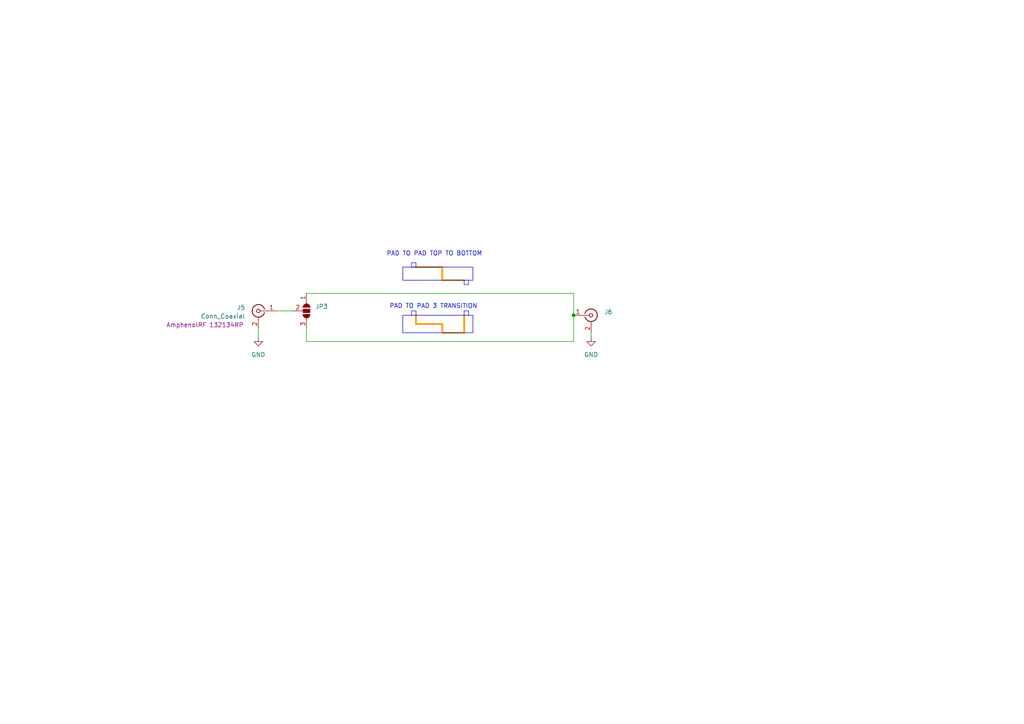
<source format=kicad_sch>
(kicad_sch (version 20250114) (generator "eeschema") (generator_version "9.0")
  (paper "A4")
  (title_block (title "\"Key\" - TL Characterization Test Board") (date "2026-01-27") (rev "A") (company "GHM") (comment 1 "Vendor: JLC PCB, $7") (comment 2 "Standard PCB process. No impedance control."))
  (lib_symbols
    (symbol "Connector:Conn_Coaxial" (pin_names (offset 1.016) (hide yes))
      (property "Reference" "J" (at 0.254 3.048 0))
      (property "Value" "Conn_Coaxial" (at 2.921 0 90))
      (symbol "Conn_Coaxial_0_1"
        (polyline (pts (xy -2.54 0) (xy -0.508 0)))
        (arc (start 1.778 0) (mid 0.222 -1.8079) (end -1.778 -0.508) (stroke (width 0.254)))
        (arc (start -1.778 0.508) (mid 0.2221 1.8084) (end 1.778 0) (stroke (width 0.254)))
        (circle (center 0 0) (radius 0.508) (stroke (width 0.2032)))
        (polyline (pts (xy 0 -2.54) (xy 0 -1.778)))
      )
      (symbol "Conn_Coaxial_1_1"
        (pin passive line (at -5.08 0 0) (length 2.54) (name "In") (number "1"))
        (pin passive line (at 0 -5.08 90) (length 2.54) (name "Ext") (number "2"))
      )
    )
    (symbol "Jumper:SolderJumper_3_Open" (pin_names (offset 0) (hide yes)) (exclude_from_sim yes) (in_bom no)
      (property "Reference" "JP" (at -2.54 -2.54 0))
      (property "Value" "SolderJumper_3_Open" (at 0 2.794 0))
      (symbol "SolderJumper_3_Open_0_1"
        (polyline (pts (xy -2.54 0) (xy -2.032 0)))
        (polyline (pts (xy -1.016 1.016) (xy -1.016 -1.016)))
        (arc (start -1.016 -1.016) (mid -2.0276 0) (end -1.016 1.016))
        (arc (start -1.016 -1.016) (mid -2.0276 0) (end -1.016 1.016) (fill (type outline)))
        (rectangle (start -0.508 1.016) (end 0.508 -1.016) (fill (type outline)))
        (polyline (pts (xy 0 -1.27) (xy 0 -1.016)))
        (arc (start 1.016 1.016) (mid 2.0276 0) (end 1.016 -1.016))
        (arc (start 1.016 1.016) (mid 2.0276 0) (end 1.016 -1.016) (fill (type outline)))
        (polyline (pts (xy 1.016 1.016) (xy 1.016 -1.016)))
        (polyline (pts (xy 2.54 0) (xy 2.032 0)))
      )
      (symbol "SolderJumper_3_Open_1_1"
        (pin passive line (at -5.08 0 0) (length 2.54) (name "A") (number "1"))
        (pin passive line (at 0 -3.81 90) (length 2.54) (name "C") (number "2"))
        (pin passive line (at 5.08 0 180) (length 2.54) (name "B") (number "3"))
      )
    )
    (symbol "power:GND" (power) (pin_numbers (hide yes)) (pin_names (offset 0) (hide yes))
      (property "Value" "GND" (at 0 -3.81 0))
      (symbol "GND_0_1"
        (polyline (pts (xy 0 0) (xy 0 -1.27) (xy 1.27 -1.27) (xy 0 -2.54) (xy -1.27 -1.27) (xy 0 -1.27)))
      )
      (symbol "GND_1_1"
        (pin power_in line (at 0 0 270) (length 0) (name "~") (number "1"))
      )
    )
  )
  (rectangle (start 119.38 90.17) (end 120.65 91.44))
  (rectangle (start 119.38 76.2) (end 120.65 77.47))
  (rectangle (start 116.84 77.47) (end 137.16 81.28))
  (rectangle (start 134.62 90.17) (end 135.89 91.44))
  (rectangle (start 116.84 91.44) (end 137.16 96.52))
  (rectangle (start 134.62 81.28) (end 135.89 82.55))
  (text "PAD TO PAD TOP TO BOTTOM" (at 125.984 73.66 0) (effects (font (size 1.27 1.27))))
  (text "PAD TO PAD 3 TRANSITION" (at 125.73 88.9 0) (effects (font (size 1.27 1.27))))
  (junction (at 166.37 91.44))
  (wire (pts (xy 74.93 95.25) (xy 74.93 97.79)))
  (wire (pts (xy 88.9 85.09) (xy 166.37 85.09)))
  (polyline (pts (xy 120.65 93.98) (xy 128.27 93.98)) (stroke (width 0.508) (color 255 153 0 1)))
  (polyline (pts (xy 128.27 96.52) (xy 134.62 96.52)) (stroke (width 0.508) (color 255 153 0 1)))
  (polyline (pts (xy 128.27 93.98) (xy 128.27 96.52)) (stroke (width 0.508) (color 255 153 0 1)))
  (wire (pts (xy 88.9 95.25) (xy 88.9 99.06)))
  (wire (pts (xy 171.45 96.52) (xy 171.45 97.79)))
  (wire (pts (xy 80.01 90.17) (xy 85.09 90.17)))
  (polyline (pts (xy 120.65 77.47) (xy 128.27 77.47)) (stroke (width 0.508) (color 255 153 0 1)))
  (wire (pts (xy 166.37 85.09) (xy 166.37 91.44)))
  (polyline (pts (xy 128.27 81.28) (xy 134.62 81.28)) (stroke (width 0.508) (color 255 153 0 1)))
  (wire (pts (xy 88.9 99.06) (xy 166.37 99.06)))
  (polyline (pts (xy 134.62 91.44) (xy 134.62 96.52)) (stroke (width 0.508) (color 255 153 0 1)))
  (polyline (pts (xy 120.65 91.44) (xy 120.65 93.98)) (stroke (width 0.508) (color 255 153 0 1)))
  (wire (pts (xy 166.37 99.06) (xy 166.37 91.44)))
  (polyline (pts (xy 128.27 77.47) (xy 128.27 81.28)) (stroke (width 0.508) (color 255 153 0 1)))
  (symbol (lib_id "Jumper:SolderJumper_3_Open") (at 88.9 90.17 270) (unit 1) (exclude_from_sim yes) (in_bom no)
    (property "Reference" "JP3" (at 91.44 88.8999 90) (effects (justify left)))
    (property "Value" "SolderJumper_3_Open" (effects (hide yes)))
    (property "Footprint" "Jumper:SolderJumper-3_P1.3mm_Open_Pad1.0x1.5mm" (effects (hide yes)))
    (property "Description" "Solder Jumper, 3-pole, open" (effects (hide yes)))
  )
  (symbol (lib_id "power:GND") (at 74.93 97.79 0) (unit 1)
    (property "Reference" "#PWR05" (effects (hide yes)))
    (property "Value" "GND" (at 74.93 102.87 0))
    (property "Description" "Power symbol creates a global label with name \"GND\" , ground" (effects (hide yes)))
  )
  (symbol (lib_id "Connector:Conn_Coaxial") (at 171.45 91.44 0) (unit 1) (exclude_from_sim yes)
    (property "Reference" "J6" (at 175.26 90.4631 0) (effects (justify left)))
    (property "Value" "Conn_Coaxial" (effects (hide yes)))
    (property "Footprint" "Library:SMA" (effects (hide yes)))
    (property "Datasheet" "https://www.digikey.com/en/products/detail/amphenol-rf/132134RP/1011908" (effects (hide yes)))
    (property "Description" "AmphenolRF 132134RP" (effects (hide yes)))
  )
  (symbol (lib_id "power:GND") (at 171.45 97.79 0) (mirror y) (unit 1)
    (property "Reference" "#PWR06" (effects (hide yes)))
    (property "Value" "GND" (at 171.45 102.87 0))
    (property "Description" "Power symbol creates a global label with name \"GND\" , ground" (effects (hide yes)))
  )
  (symbol (lib_id "Connector:Conn_Coaxial") (at 74.93 90.17 0) (mirror y) (unit 1) (exclude_from_sim yes)
    (property "Reference" "J5" (at 71.12 89.1931 0) (effects (justify left)))
    (property "Value" "Conn_Coaxial" (at 71.12 91.7331 0) (effects (justify left)))
    (property "Footprint" "Library:SMA" (effects (hide yes)))
    (property "Datasheet" "https://www.digikey.com/en/products/detail/amphenol-rf/132134RP/1011908" (effects (hide yes)))
    (property "Description" "AmphenolRF 132134RP" (at 59.436 94.234 0))
  )
)
</source>
